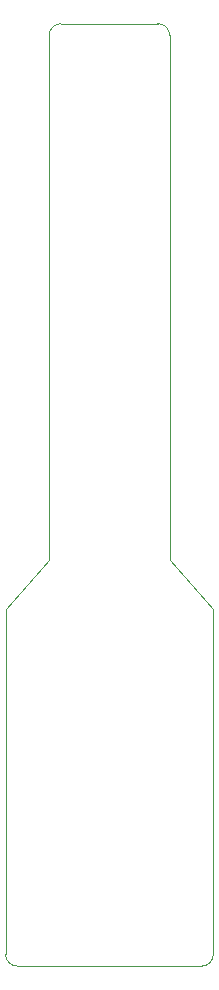
<source format=gbr>
%TF.GenerationSoftware,KiCad,Pcbnew,6.0.2-378541a8eb~116~ubuntu20.04.1*%
%TF.CreationDate,2022-02-19T19:43:00-08:00*%
%TF.ProjectId,menorah555_shamash,6d656e6f-7261-4683-9535-355f7368616d,B*%
%TF.SameCoordinates,Original*%
%TF.FileFunction,Profile,NP*%
%FSLAX46Y46*%
G04 Gerber Fmt 4.6, Leading zero omitted, Abs format (unit mm)*
G04 Created by KiCad (PCBNEW 6.0.2-378541a8eb~116~ubuntu20.04.1) date 2022-02-19 19:43:00*
%MOMM*%
%LPD*%
G01*
G04 APERTURE LIST*
%TA.AperFunction,Profile*%
%ADD10C,0.050000*%
%TD*%
G04 APERTURE END LIST*
D10*
X110100000Y-64800000D02*
X118300000Y-64800000D01*
X119300000Y-110200000D02*
X123000000Y-114400000D01*
X109100000Y-110200000D02*
X105400000Y-114400000D01*
X109100000Y-65800000D02*
X109100000Y-110200000D01*
X110100000Y-64800000D02*
G75*
G03*
X109100000Y-65800000I-1J-999999D01*
G01*
X105400000Y-114400000D02*
X105400000Y-143600000D01*
X123000000Y-114400000D02*
X123000000Y-143600000D01*
X119300000Y-65800000D02*
X119300000Y-110200000D01*
X119300000Y-65800000D02*
G75*
G03*
X118300000Y-64800000I-999999J1D01*
G01*
X122000000Y-144600000D02*
G75*
G03*
X123000000Y-143600000I1J999999D01*
G01*
X106400000Y-144600000D02*
X122000000Y-144600000D01*
X105400000Y-143600000D02*
G75*
G03*
X106400000Y-144600000I999999J-1D01*
G01*
M02*

</source>
